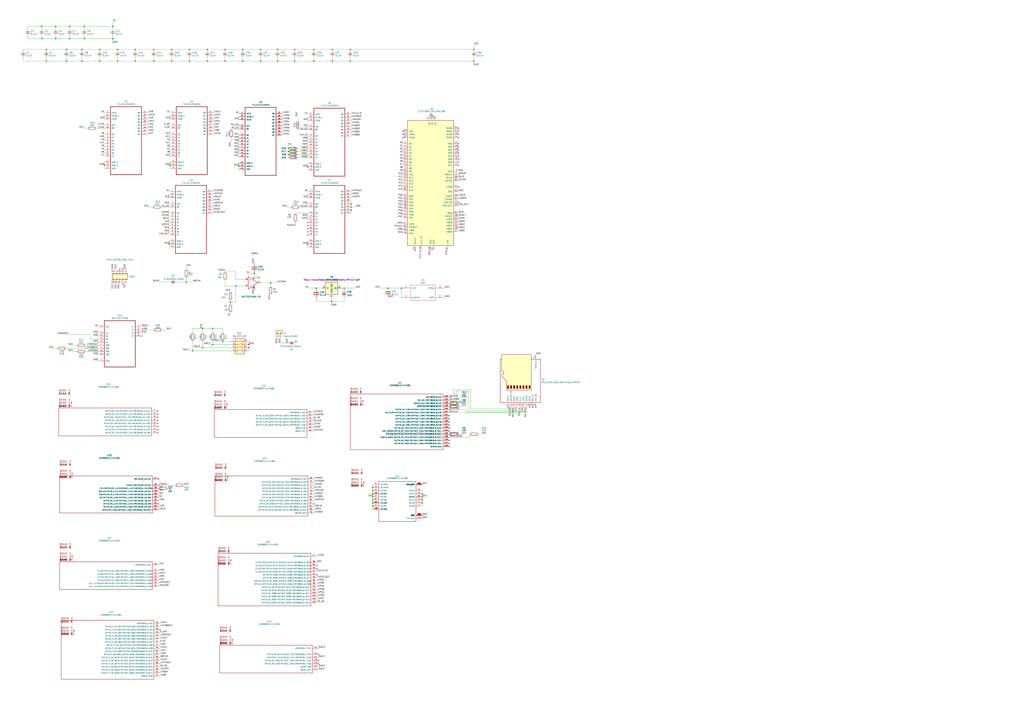
<source format=kicad_sch>
(kicad_sch (version 20211123) (generator eeschema)
  (paper "A1")
  (junction (at 57.15 21.59))
  (junction (at 346.71 405.765))
  (junction (at 204.47 283.21))
  (junction (at 236.855 127))
  (junction (at 54.61 50.165))
  (junction (at 318.77 236.855))
  (junction (at 199.39 50.165))
  (junction (at 57.15 31.75))
  (junction (at 69.215 21.59))
  (junction (at 272.415 247.65))
  (junction (at 273.05 50.165))
  (junction (at 329.565 236.855))
  (junction (at 346.71 410.845))
  (junction (at 288.29 167.64))
  (junction (at 193.675 234.95))
  (junction (at 153.035 231.775))
  (junction (at 213.995 40.64))
  (junction (at 96.52 50.165))
  (junction (at 155.575 40.64))
  (junction (at 140.97 50.165))
  (junction (at 81.915 40.64))
  (junction (at 81.915 50.165))
  (junction (at 111.125 40.64))
  (junction (at 227.965 40.64))
  (junction (at 288.29 170.18))
  (junction (at 213.995 50.165))
  (junction (at 140.97 40.64))
  (junction (at 126.365 40.64))
  (junction (at 241.935 50.165))
  (junction (at 139.065 200.66))
  (junction (at 174.625 269.875))
  (junction (at 92.71 31.75))
  (junction (at 184.785 40.64))
  (junction (at 184.785 50.165))
  (junction (at 189.23 248.285))
  (junction (at 204.47 285.75))
  (junction (at 259.715 236.855))
  (junction (at 273.05 40.64))
  (junction (at 174.625 283.21))
  (junction (at 306.07 400.685))
  (junction (at 287.655 50.165))
  (junction (at 306.07 403.225))
  (junction (at 38.1 50.165))
  (junction (at 282.575 236.855))
  (junction (at 45.72 31.75))
  (junction (at 208.915 224.79))
  (junction (at 236.855 121.92))
  (junction (at 227.965 50.165))
  (junction (at 346.71 408.305))
  (junction (at 96.52 40.64))
  (junction (at 111.125 50.165))
  (junction (at 85.725 135.89))
  (junction (at 196.215 136.525))
  (junction (at 199.39 40.64))
  (junction (at 346.71 413.385))
  (junction (at 288.29 172.72))
  (junction (at 170.18 50.165))
  (junction (at 67.31 40.64))
  (junction (at 166.37 269.875))
  (junction (at 252.73 137.16))
  (junction (at 257.81 50.165))
  (junction (at 306.07 410.845))
  (junction (at 241.935 40.64))
  (junction (at 155.575 50.165))
  (junction (at 182.88 280.67))
  (junction (at 45.72 21.59))
  (junction (at 252.73 200.66))
  (junction (at 38.1 40.64))
  (junction (at 354.965 95.25))
  (junction (at 54.61 40.64))
  (junction (at 92.71 21.59))
  (junction (at 166.37 285.75))
  (junction (at 34.29 31.75))
  (junction (at 287.655 40.64))
  (junction (at 222.25 232.41))
  (junction (at 126.365 50.165))
  (junction (at 69.215 31.75))
  (junction (at 389.255 40.64))
  (junction (at 67.31 50.165))
  (junction (at 306.07 415.925))
  (junction (at 236.855 124.46))
  (junction (at 306.07 413.385))
  (junction (at 306.07 408.305))
  (junction (at 389.255 50.165))
  (junction (at 306.07 405.765))
  (junction (at 158.115 288.29))
  (junction (at 170.18 40.64))
  (junction (at 34.29 21.59))
  (junction (at 257.81 40.64))
  (junction (at 139.7 135.89))
  (no_connect (at 376.555 130.81))
  (no_connect (at 261.62 542.925))
  (no_connect (at 130.175 393.7))
  (no_connect (at 376.555 133.35))
  (no_connect (at 252.73 187.96))
  (no_connect (at 376.555 123.19))
  (no_connect (at 368.935 344.17))
  (no_connect (at 252.73 182.88))
  (no_connect (at 376.555 113.03))
  (no_connect (at 129.54 340.36))
  (no_connect (at 376.555 166.37))
  (no_connect (at 368.935 351.79))
  (no_connect (at 368.935 364.49))
  (no_connect (at 129.54 355.6))
  (no_connect (at 252.73 185.42))
  (no_connect (at 130.175 414.02))
  (no_connect (at 129.54 345.44))
  (no_connect (at 368.935 354.33))
  (no_connect (at 260.35 467.36))
  (no_connect (at 376.555 135.89))
  (no_connect (at 330.835 107.95))
  (no_connect (at 252.73 190.5))
  (no_connect (at 129.54 347.98))
  (no_connect (at 129.54 337.82))
  (no_connect (at 261.62 537.845))
  (no_connect (at 376.555 125.73))
  (no_connect (at 260.35 464.82))
  (no_connect (at 368.935 349.25))
  (no_connect (at 376.555 153.67))
  (no_connect (at 376.555 128.27))
  (no_connect (at 330.835 113.03))
  (no_connect (at 129.54 353.06))
  (no_connect (at 340.995 205.74))
  (no_connect (at 368.935 346.71))
  (no_connect (at 376.555 120.65))
  (no_connect (at 368.935 367.03))
  (no_connect (at 376.555 107.95))
  (no_connect (at 368.935 361.95))
  (no_connect (at 368.935 341.63))
  (no_connect (at 129.54 342.9))
  (no_connect (at 260.35 472.44))
  (no_connect (at 131.445 517.525))
  (no_connect (at 440.055 334.645))
  (no_connect (at 376.555 110.49))
  (no_connect (at 434.975 334.645))
  (no_connect (at 116.205 276.225))
  (no_connect (at 376.555 118.11))
  (no_connect (at 252.73 193.04))
  (no_connect (at 330.835 110.49))
  (no_connect (at 100.965 220.98))
  (no_connect (at 129.54 350.52))
  (no_connect (at 261.62 545.465))
  (no_connect (at 257.81 414.02))
  (no_connect (at 376.555 105.41))
  (no_connect (at 100.965 233.68))
  (no_connect (at 98.425 220.98))
  (no_connect (at 417.195 334.645))
  (no_connect (at 437.515 334.645))
  (wire (pts (xy 227.965 46.99) (xy 227.965 50.165)))
  (wire (pts (xy 54.61 286.385) (xy 80.645 286.385)))
  (wire (pts (xy 257.81 41.91) (xy 257.81 40.64)))
  (wire (pts (xy 22.86 21.59) (xy 34.29 21.59)))
  (wire (pts (xy 252.73 137.16) (xy 252.73 139.7)))
  (wire (pts (xy 111.125 40.64) (xy 96.52 40.64)))
  (wire (pts (xy 184.785 222.885) (xy 193.675 222.885)))
  (wire (pts (xy 287.655 41.91) (xy 287.655 40.64)))
  (wire (pts (xy 227.965 40.64) (xy 241.935 40.64)))
  (wire (pts (xy 189.865 106.045) (xy 196.215 106.045)))
  (wire (pts (xy 199.39 46.99) (xy 199.39 50.165)))
  (wire (pts (xy 34.29 31.75) (xy 45.72 31.75)))
  (wire (pts (xy 227.965 50.165) (xy 241.935 50.165)))
  (wire (pts (xy 174.625 269.875) (xy 182.88 269.875)))
  (wire (pts (xy 287.655 50.165) (xy 273.05 50.165)))
  (wire (pts (xy 69.215 24.13) (xy 69.215 21.59)))
  (wire (pts (xy 257.81 50.165) (xy 273.05 50.165)))
  (wire (pts (xy 38.1 50.165) (xy 54.61 50.165)))
  (wire (pts (xy 193.675 229.87) (xy 193.675 222.885)))
  (wire (pts (xy 57.15 29.21) (xy 57.15 31.75)))
  (wire (pts (xy 170.18 50.165) (xy 184.785 50.165)))
  (wire (pts (xy 54.61 46.99) (xy 54.61 50.165)))
  (wire (pts (xy 287.655 50.165) (xy 389.255 50.165)))
  (wire (pts (xy 38.1 41.91) (xy 38.1 40.64)))
  (wire (pts (xy 236.855 124.46) (xy 236.855 127)))
  (wire (pts (xy 38.1 46.99) (xy 38.1 50.165)))
  (wire (pts (xy 199.39 40.64) (xy 213.995 40.64)))
  (wire (pts (xy 45.72 29.21) (xy 45.72 31.75)))
  (wire (pts (xy 282.575 236.855) (xy 282.575 238.76)))
  (wire (pts (xy 34.29 29.21) (xy 34.29 31.75)))
  (wire (pts (xy 201.295 234.95) (xy 193.675 234.95)))
  (wire (pts (xy 158.115 269.875) (xy 166.37 269.875)))
  (wire (pts (xy 67.31 40.64) (xy 81.915 40.64)))
  (wire (pts (xy 306.07 415.925) (xy 306.07 418.465)))
  (wire (pts (xy 22.86 31.75) (xy 22.86 29.21)))
  (wire (pts (xy 184.785 46.99) (xy 184.785 50.165)))
  (wire (pts (xy 376.555 334.01) (xy 379.095 334.01)))
  (wire (pts (xy 241.935 46.99) (xy 241.935 50.165)))
  (wire (pts (xy 81.915 46.99) (xy 81.915 50.165)))
  (wire (pts (xy 69.215 31.75) (xy 92.71 31.75)))
  (wire (pts (xy 170.18 41.91) (xy 170.18 40.64)))
  (wire (pts (xy 241.935 50.165) (xy 257.81 50.165)))
  (wire (pts (xy 368.935 339.09) (xy 427.355 339.09)))
  (wire (pts (xy 19.05 41.91) (xy 19.05 40.64)))
  (wire (pts (xy 62.865 288.925) (xy 59.69 288.925)))
  (wire (pts (xy 374.65 321.31) (xy 374.65 328.93)))
  (wire (pts (xy 389.255 46.99) (xy 389.255 50.165)))
  (wire (pts (xy 19.05 40.64) (xy 38.1 40.64)))
  (wire (pts (xy 257.81 40.64) (xy 273.05 40.64)))
  (wire (pts (xy 273.05 41.91) (xy 273.05 40.64)))
  (wire (pts (xy 144.78 231.775) (xy 153.035 231.775)))
  (wire (pts (xy 193.675 234.95) (xy 193.675 248.285)))
  (wire (pts (xy 257.81 46.99) (xy 257.81 50.165)))
  (wire (pts (xy 352.425 95.25) (xy 354.965 95.25)))
  (wire (pts (xy 273.05 46.99) (xy 273.05 50.165)))
  (wire (pts (xy 389.255 53.975) (xy 389.255 50.165)))
  (wire (pts (xy 170.18 40.64) (xy 184.785 40.64)))
  (wire (pts (xy 353.695 205.74) (xy 356.235 205.74)))
  (wire (pts (xy 22.86 31.75) (xy 34.29 31.75)))
  (wire (pts (xy 140.97 46.99) (xy 140.97 50.165)))
  (wire (pts (xy 204.47 280.67) (xy 204.47 283.21)))
  (wire (pts (xy 213.995 50.165) (xy 227.965 50.165)))
  (wire (pts (xy 189.23 248.285) (xy 189.23 249.555)))
  (wire (pts (xy 382.905 336.55) (xy 382.905 338.455)))
  (wire (pts (xy 158.115 273.05) (xy 158.115 269.875)))
  (wire (pts (xy 85.725 133.35) (xy 85.725 135.89)))
  (wire (pts (xy 419.735 334.645) (xy 419.735 335.915)))
  (wire (pts (xy 34.29 21.59) (xy 45.72 21.59)))
  (wire (pts (xy 272.415 247.65) (xy 282.575 247.65)))
  (wire (pts (xy 57.15 21.59) (xy 69.215 21.59)))
  (wire (pts (xy 244.475 121.92) (xy 252.73 121.92)))
  (wire (pts (xy 158.115 288.29) (xy 155.575 288.29)))
  (wire (pts (xy 111.125 46.99) (xy 111.125 50.165)))
  (wire (pts (xy 244.475 124.46) (xy 252.73 124.46)))
  (wire (pts (xy 155.575 50.165) (xy 170.18 50.165)))
  (wire (pts (xy 213.995 46.99) (xy 213.995 50.165)))
  (wire (pts (xy 273.05 40.64) (xy 287.655 40.64)))
  (wire (pts (xy 155.575 40.64) (xy 140.97 40.64)))
  (wire (pts (xy 166.37 285.75) (xy 189.23 285.75)))
  (wire (pts (xy 155.575 46.99) (xy 155.575 50.165)))
  (wire (pts (xy 196.215 136.525) (xy 196.215 139.065)))
  (wire (pts (xy 182.88 273.05) (xy 182.88 269.875)))
  (wire (pts (xy 244.475 99.06) (xy 244.475 95.885)))
  (wire (pts (xy 46.99 286.385) (xy 43.815 286.385)))
  (wire (pts (xy 236.855 121.92) (xy 236.855 124.46)))
  (wire (pts (xy 287.655 46.99) (xy 287.655 50.165)))
  (wire (pts (xy 252.73 200.66) (xy 252.73 203.2)))
  (wire (pts (xy 139.065 200.66) (xy 139.065 203.2)))
  (wire (pts (xy 38.1 40.64) (xy 54.61 40.64)))
  (wire (pts (xy 184.785 40.64) (xy 199.39 40.64)))
  (wire (pts (xy 140.97 50.165) (xy 155.575 50.165)))
  (wire (pts (xy 385.445 359.41) (xy 385.445 356.87)))
  (wire (pts (xy 205.105 224.79) (xy 208.915 224.79)))
  (wire (pts (xy 132.715 170.18) (xy 139.065 170.18)))
  (wire (pts (xy 69.215 29.21) (xy 69.215 31.75)))
  (wire (pts (xy 57.15 31.75) (xy 69.215 31.75)))
  (wire (pts (xy 238.76 170.18) (xy 235.585 170.18)))
  (wire (pts (xy 184.785 41.91) (xy 184.785 40.64)))
  (wire (pts (xy 252.73 96.52) (xy 252.73 99.06)))
  (wire (pts (xy 230.505 281.94) (xy 236.855 281.94)))
  (wire (pts (xy 252.73 198.12) (xy 252.73 200.66)))
  (wire (pts (xy 288.29 170.18) (xy 292.1 170.18)))
  (wire (pts (xy 74.295 278.765) (xy 80.645 278.765)))
  (wire (pts (xy 208.915 224.155) (xy 208.915 224.79)))
  (wire (pts (xy 382.905 338.455) (xy 432.435 338.455)))
  (wire (pts (xy 193.675 234.95) (xy 184.785 234.95)))
  (wire (pts (xy 288.29 167.64) (xy 288.29 170.18)))
  (wire (pts (xy 153.035 228.6) (xy 153.035 231.775)))
  (wire (pts (xy 22.86 24.13) (xy 22.86 21.59)))
  (wire (pts (xy 130.175 398.78) (xy 143.51 398.78)))
  (wire (pts (xy 174.625 283.21) (xy 172.72 283.21)))
  (wire (pts (xy 62.865 283.845) (xy 59.69 283.845)))
  (wire (pts (xy 45.72 31.75) (xy 57.15 31.75)))
  (wire (pts (xy 236.855 127) (xy 236.855 129.54)))
  (wire (pts (xy 213.995 41.91) (xy 213.995 40.64)))
  (wire (pts (xy 189.23 247.015) (xy 189.23 248.285)))
  (wire (pts (xy 155.575 41.91) (xy 155.575 40.64)))
  (wire (pts (xy 272.415 247.65) (xy 272.415 251.46)))
  (wire (pts (xy 196.215 95.885) (xy 196.215 98.425)))
  (wire (pts (xy 282.575 247.65) (xy 282.575 243.84)))
  (wire (pts (xy 374.65 328.93) (xy 368.935 328.93)))
  (wire (pts (xy 153.035 220.98) (xy 153.035 219.075)))
  (wire (pts (xy 182.88 280.67) (xy 180.975 280.67)))
  (wire (pts (xy 67.31 50.165) (xy 81.915 50.165)))
  (wire (pts (xy 125.73 271.145) (xy 116.205 271.145)))
  (wire (pts (xy 140.97 41.91) (xy 140.97 40.64)))
  (wire (pts (xy 346.71 403.225) (xy 346.71 405.765)))
  (wire (pts (xy 244.475 106.68) (xy 252.73 106.68)))
  (wire (pts (xy 376.555 356.87) (xy 379.095 356.87)))
  (wire (pts (xy 158.115 280.67) (xy 158.115 288.29)))
  (wire (pts (xy 96.52 41.91) (xy 96.52 40.64)))
  (wire (pts (xy 372.11 320.04) (xy 372.11 326.39)))
  (wire (pts (xy 208.915 224.79) (xy 208.915 227.33)))
  (wire (pts (xy 393.065 356.87) (xy 395.605 356.87)))
  (wire (pts (xy 389.255 40.64) (xy 389.255 41.91)))
  (wire (pts (xy 54.61 40.64) (xy 67.31 40.64)))
  (wire (pts (xy 85.725 95.25) (xy 85.725 97.79)))
  (wire (pts (xy 67.31 46.99) (xy 67.31 50.165)))
  (wire (pts (xy 92.71 21.59) (xy 92.71 24.13)))
  (wire (pts (xy 288.29 172.72) (xy 288.29 175.26)))
  (wire (pts (xy 252.73 134.62) (xy 252.73 137.16)))
  (wire (pts (xy 131.445 231.775) (xy 139.7 231.775)))
  (wire (pts (xy 346.71 408.305) (xy 346.71 410.845)))
  (wire (pts (xy 306.07 413.385) (xy 306.07 415.925)))
  (wire (pts (xy 166.37 273.05) (xy 166.37 269.875)))
  (wire (pts (xy 282.575 236.855) (xy 292.1 236.855)))
  (wire (pts (xy 19.05 46.99) (xy 19.05 50.165)))
  (wire (pts (xy 372.11 326.39) (xy 368.935 326.39)))
  (wire (pts (xy 199.39 41.91) (xy 199.39 40.64)))
  (wire (pts (xy 432.435 338.455) (xy 432.435 334.645)))
  (wire (pts (xy 81.915 41.91) (xy 81.915 40.64)))
  (wire (pts (xy 227.33 232.41) (xy 222.25 232.41)))
  (wire (pts (xy 241.935 40.64) (xy 257.81 40.64)))
  (wire (pts (xy 389.255 36.83) (xy 389.255 40.64)))
  (wire (pts (xy 419.735 335.915) (xy 386.715 335.915)))
  (wire (pts (xy 280.035 236.855) (xy 282.575 236.855)))
  (wire (pts (xy 252.73 160.02) (xy 252.73 162.56)))
  (wire (pts (xy 386.715 320.04) (xy 372.11 320.04)))
  (wire (pts (xy 422.275 337.185) (xy 422.275 334.645)))
  (wire (pts (xy 318.77 236.855) (xy 329.565 236.855)))
  (wire (pts (xy 306.07 405.765) (xy 306.07 408.305)))
  (wire (pts (xy 85.725 135.89) (xy 85.725 138.43)))
  (wire (pts (xy 213.995 40.64) (xy 227.965 40.64)))
  (wire (pts (xy 306.07 403.225) (xy 306.07 405.765)))
  (wire (pts (xy 166.37 285.75) (xy 164.465 285.75)))
  (wire (pts (xy 166.37 280.67) (xy 166.37 285.75)))
  (wire (pts (xy 242.57 175.26) (xy 252.73 175.26)))
  (wire (pts (xy 96.52 40.64) (xy 81.915 40.64)))
  (wire (pts (xy 45.72 24.13) (xy 45.72 21.59)))
  (wire (pts (xy 92.71 31.75) (xy 92.71 35.56)))
  (wire (pts (xy 70.485 288.925) (xy 80.645 288.925)))
  (wire (pts (xy 306.07 410.845) (xy 306.07 413.385)))
  (wire (pts (xy 306.07 398.145) (xy 306.07 400.685)))
  (wire (pts (xy 204.47 283.21) (xy 204.47 285.75)))
  (wire (pts (xy 19.05 50.165) (xy 38.1 50.165)))
  (wire (pts (xy 384.81 337.185) (xy 422.275 337.185)))
  (wire (pts (xy 81.915 50.165) (xy 96.52 50.165)))
  (wire (pts (xy 201.295 229.87) (xy 193.675 229.87)))
  (wire (pts (xy 174.625 273.05) (xy 174.625 269.875)))
  (wire (pts (xy 184.785 234.95) (xy 184.785 230.505)))
  (wire (pts (xy 346.71 413.385) (xy 346.71 415.925)))
  (wire (pts (xy 170.18 40.64) (xy 155.575 40.64)))
  (wire (pts (xy 126.365 40.64) (xy 111.125 40.64)))
  (wire (pts (xy 79.375 105.41) (xy 85.725 105.41)))
  (wire (pts (xy 386.715 320.04) (xy 386.715 335.915)))
  (wire (pts (xy 230.505 278.13) (xy 230.505 281.94)))
  (wire (pts (xy 96.52 46.99) (xy 96.52 50.165)))
  (wire (pts (xy 174.625 283.21) (xy 189.23 283.21)))
  (wire (pts (xy 125.095 170.18) (xy 121.92 170.18)))
  (wire (pts (xy 222.25 232.41) (xy 213.995 232.41)))
  (wire (pts (xy 196.215 133.985) (xy 196.215 136.525)))
  (wire (pts (xy 139.7 135.89) (xy 139.7 138.43)))
  (wire (pts (xy 184.785 50.165) (xy 199.39 50.165)))
  (wire (pts (xy 54.61 50.165) (xy 67.31 50.165)))
  (wire (pts (xy 96.52 50.165) (xy 111.125 50.165)))
  (wire (pts (xy 259.715 245.11) (xy 259.715 247.65)))
  (wire (pts (xy 111.125 50.165) (xy 126.365 50.165)))
  (wire (pts (xy 54.61 41.91) (xy 54.61 40.64)))
  (wire (pts (xy 241.935 41.91) (xy 241.935 40.64)))
  (wire (pts (xy 126.365 41.91) (xy 126.365 40.64)))
  (wire (pts (xy 368.935 359.41) (xy 385.445 359.41)))
  (wire (pts (xy 92.71 31.75) (xy 92.71 29.21)))
  (wire (pts (xy 111.125 41.91) (xy 111.125 40.64)))
  (wire (pts (xy 368.935 336.55) (xy 382.905 336.55)))
  (wire (pts (xy 244.475 127) (xy 252.73 127)))
  (wire (pts (xy 259.715 247.65) (xy 272.415 247.65)))
  (wire (pts (xy 242.57 182.88) (xy 242.57 186.055)))
  (wire (pts (xy 126.365 50.165) (xy 140.97 50.165)))
  (wire (pts (xy 346.71 410.845) (xy 346.71 413.385)))
  (wire (pts (xy 236.855 121.92) (xy 236.855 119.38)))
  (wire (pts (xy 272.415 244.475) (xy 272.415 247.65)))
  (wire (pts (xy 57.15 24.13) (xy 57.15 21.59)))
  (wire (pts (xy 189.23 280.67) (xy 182.88 280.67)))
  (wire (pts (xy 227.965 41.91) (xy 227.965 40.64)))
  (wire (pts (xy 92.71 21.59) (xy 92.71 17.78)))
  (wire (pts (xy 259.715 236.855) (xy 253.365 236.855)))
  (wire (pts (xy 384.81 321.31) (xy 374.65 321.31)))
  (wire (pts (xy 74.295 278.765) (xy 74.295 274.955)))
  (wire (pts (xy 287.655 40.64) (xy 389.255 40.64)))
  (wire (pts (xy 140.97 40.64) (xy 126.365 40.64)))
  (wire (pts (xy 34.29 24.13) (xy 34.29 21.59)))
  (wire (pts (xy 67.31 41.91) (xy 67.31 40.64)))
  (wire (pts (xy 204.47 285.75) (xy 204.47 288.29)))
  (wire (pts (xy 189.865 113.665) (xy 189.865 116.84)))
  (wire (pts (xy 170.18 46.99) (xy 170.18 50.165)))
  (wire (pts (xy 139.065 198.12) (xy 139.065 200.66)))
  (wire (pts (xy 139.065 160.02) (xy 139.065 162.56)))
  (wire (pts (xy 306.07 403.225) (xy 306.07 400.685)))
  (wire (pts (xy 346.71 405.765) (xy 346.71 408.305)))
  (wire (pts (xy 259.715 236.855) (xy 259.715 237.49)))
  (wire (pts (xy 166.37 269.875) (xy 174.625 269.875)))
  (wire (pts (xy 306.07 408.305) (xy 306.07 410.845)))
  (wire (pts (xy 174.625 280.67) (xy 174.625 283.21)))
  (wire (pts (xy 71.755 105.41) (xy 68.58 105.41)))
  (wire (pts (xy 69.215 21.59) (xy 92.71 21.59)))
  (wire (pts (xy 70.485 283.845) (xy 80.645 283.845)))
  (wire (pts (xy 384.81 321.31) (xy 384.81 337.185)))
  (wire (pts (xy 246.38 170.18) (xy 252.73 170.18)))
  (wire (pts (xy 139.7 133.35) (xy 139.7 135.89)))
  (wire (pts (xy 427.355 339.09) (xy 427.355 334.645)))
  (wire (pts (xy 288.29 170.18) (xy 288.29 172.72)))
  (wire (pts (xy 318.77 236.855) (xy 311.785 236.855)))
  (wire (pts (xy 153.035 231.775) (xy 158.115 231.775)))
  (wire (pts (xy 193.675 248.285) (xy 189.23 248.285)))
  (wire (pts (xy 264.795 236.855) (xy 259.715 236.855)))
  (wire (pts (xy 376.555 327.025) (xy 379.095 327.025)))
  (wire (pts (xy 45.72 21.59) (xy 57.15 21.59)))
  (wire (pts (xy 354.965 95.25) (xy 357.505 95.25)))
  (wire (pts (xy 376.555 331.47) (xy 376.555 327.025)))
  (wire (pts (xy 74.295 274.955) (xy 56.515 274.955)))
  (wire (pts (xy 158.115 288.29) (xy 189.23 288.29)))
  (wire (pts (xy 199.39 50.165) (xy 213.995 50.165)))
  (wire (pts (xy 126.365 46.99) (xy 126.365 50.165)))
  (wire (pts (xy 288.29 167.64) (xy 288.29 165.1)))
  (wire (pts (xy 139.7 95.25) (xy 139.7 97.79)))
  (wire (pts (xy 329.565 244.475) (xy 329.565 236.855)))
  (wire (pts (xy 244.475 129.54) (xy 252.73 129.54)))
  (wire (pts (xy 222.25 232.41) (xy 222.25 234.95)))
  (wire (pts (xy 133.35 271.145) (xy 136.525 271.145)))
  (label "LVROM" (at 288.29 160.02 0))
  (label "GND" (at 139.7 135.89 180))
  (label "3V3" (at 43.815 286.385 180))
  (label "SD_CLK" (at 427.355 334.645 270))
  (label "LVCSYNC" (at 174.625 160.02 0))
  (label "LVA11" (at 121.285 100.33 0))
  (label "CSYNC" (at 376.555 148.59 0))
  (label "nIRQ" (at 252.73 114.3 180))
  (label "TCK" (at 93.345 233.68 270))
  (label "LVA2" (at 175.26 97.79 0))
  (label "3V3" (at 68.58 105.41 180))
  (label "ROM" (at 376.555 175.26 0))
  (label "GND" (at 93.345 220.98 90))
  (label "LVPHIOUT" (at 131.445 545.465 0))
  (label "LVA3" (at 121.285 97.79 0))
  (label "A8" (at 330.835 138.43 180))
  (label "SD_MOSI" (at 422.275 334.645 270))
  (label "KBD0" (at 376.555 190.5 0))
  (label "LVPD4" (at 231.775 100.965 0))
  (label "CAS_OUT" (at 376.555 168.91 0))
  (label "A3" (at 330.835 125.73 180))
  (label "G4_OE" (at 257.81 401.32 0))
  (label "LVA14" (at 175.26 100.33 0))
  (label "GND" (at 208.915 237.49 270))
  (label "A_DIR" (at 85.725 102.87 180))
  (label "LVnIRQOUT" (at 80.645 286.385 180))
  (label "A9" (at 85.725 110.49 180))
  (label "CONF_DONE" (at 368.935 359.41 0))
  (label "PD_DIR" (at 257.175 346.71 0))
  (label "LVA13" (at 131.445 525.145 0))
  (label "CLK_IN" (at 252.73 111.76 180))
  (label "LVA13" (at 175.26 92.71 0))
  (label "A2" (at 330.835 123.19 180))
  (label "CAPS" (at 252.73 180.34 180))
  (label "ROM" (at 252.73 177.8 180))
  (label "PD0" (at 330.835 161.29 180))
  (label "GND" (at 389.255 53.975 0))
  (label "A12" (at 330.835 148.59 180))
  (label "GND" (at 139.065 200.66 180))
  (label "3V3" (at 85.725 97.79 180))
  (label "5V" (at 196.215 93.345 180))
  (label "LVA9" (at 130.175 411.48 0))
  (label "GND" (at 252.73 167.64 180))
  (label "PD6" (at 330.835 176.53 180))
  (label "BLUE" (at 139.065 180.34 180))
  (label "GND" (at 227.965 278.13 270))
  (label "TDI" (at 103.505 233.68 270))
  (label "A15" (at 139.7 128.27 180))
  (label "SWC3" (at 261.62 532.765 0))
  (label "3V3" (at 121.92 170.18 180))
  (label "GND" (at 365.125 244.475 0))
  (label "5V" (at 236.855 119.38 0))
  (label "3V3" (at 153.035 219.075 0))
  (label "CSYNC" (at 139.065 177.8 180))
  (label "5V" (at 252.73 157.48 180))
  (label "JTAGEN" (at 130.175 398.78 0))
  (label "KBD2" (at 252.73 124.46 180))
  (label "SWC1" (at 261.62 550.545 0))
  (label "A4" (at 330.835 128.27 180))
  (label "SWC2" (at 261.62 548.005 0))
  (label "LVCSYNC" (at 257.175 354.33 0))
  (label "PD0" (at 196.215 123.825 180))
  (label "TDI" (at 130.175 408.94 0))
  (label "LVA4" (at 121.285 105.41 0))
  (label "nCONFIG" (at 368.935 334.01 0))
  (label "3V3" (at 59.69 283.845 180))
  (label "LVSND" (at 257.175 351.79 0))
  (label "SWC4" (at 155.575 288.29 180))
  (label "G1_OE" (at 257.175 344.17 0))
  (label "5V" (at 354.965 95.25 90))
  (label "LVKBD1" (at 257.81 393.7 0))
  (label "3V3" (at 139.7 97.79 180))
  (label "GND" (at 272.415 251.46 0))
  (label "A_OE" (at 85.725 105.41 180))
  (label "5V" (at 92.71 17.78 0))
  (label "LVRnWOE" (at 130.175 481.965 0))
  (label "GND" (at 204.47 283.21 0))
  (label "SWC1" (at 180.975 280.67 180))
  (label "3V3" (at 346.71 408.305 0))
  (label "LVRnWIN" (at 288.29 99.06 0))
  (label "LVnHS" (at 257.175 349.25 0))
  (label "KBD1" (at 252.73 127 180))
  (label "5V" (at 253.365 236.855 180))
  (label "GREEN" (at 139.065 185.42 180))
  (label "LVA7" (at 130.175 464.185 0))
  (label "LVRSTOUT" (at 80.645 283.845 180))
  (label "CASMO" (at 376.555 163.83 0))
  (label "GND" (at 80.645 296.545 180))
  (label "LVPD5" (at 231.775 95.885 0))
  (label "SD_MISO" (at 368.935 336.55 0))
  (label "3V3" (at 189.865 116.84 270))
  (label "LVRnWOUT" (at 130.175 479.425 0))
  (label "RED" (at 139.065 187.96 180))
  (label "LVA1" (at 175.26 105.41 0))
  (label "LVA1" (at 131.445 535.305 0))
  (label "A1" (at 139.7 123.19 180))
  (label "LVA11" (at 130.175 471.805 0))
  (label "nSTATUS" (at 368.935 356.87 0))
  (label "A10" (at 330.835 143.51 180))
  (label "PD1" (at 330.835 163.83 180))
  (label "5VP" (at 230.505 278.13 270))
  (label "PD2" (at 196.215 126.365 180))
  (label "A5" (at 85.725 120.65 180))
  (label "LVCLK_IN" (at 288.29 93.98 0))
  (label "5V" (at 85.725 92.71 180))
  (label "3V3" (at 346.71 398.145 0))
  (label "GND" (at 208.915 216.535 90))
  (label "PD_OE" (at 196.215 106.045 180))
  (label "SD_CLK" (at 368.935 339.09 0))
  (label "LVA8" (at 131.445 555.625 0))
  (label "3V3" (at 389.255 36.83 0))
  (label "LVSND" (at 174.625 172.72 0))
  (label "3V3" (at 235.585 170.18 180))
  (label "PHIOUT" (at 242.57 186.055 180))
  (label "5V" (at 139.065 157.48 180))
  (label "nRSTIN" (at 131.445 540.385 0))
  (label "LVPHIOUT" (at 288.29 157.48 0))
  (label "LVA6" (at 130.175 474.345 0))
  (label "LVCAS_OUT" (at 174.625 175.26 0))
  (label "SD_nCS" (at 368.935 326.39 0))
  (label "3V3" (at 379.095 334.01 0))
  (label "GND" (at 379.095 327.025 0))
  (label "CASIN" (at 184.785 222.885 180))
  (label "3V3" (at 95.885 220.98 90))
  (label "5V" (at 252.73 93.98 180))
  (label "3V3" (at 379.095 356.87 0))
  (label "A9" (at 330.835 140.97 180))
  (label "CAPS" (at 376.555 180.34 0))
  (label "A7" (at 85.725 128.27 180))
  (label "5V" (at 241.935 281.94 0))
  (label "LVnIRQIN" (at 257.81 396.24 0))
  (label "G1_OE" (at 139.065 170.18 180))
  (label "A13" (at 330.835 151.13 180))
  (label "3V3" (at 59.69 288.925 180))
  (label "5V" (at 139.7 92.71 180))
  (label "PD1" (at 196.215 128.905 180))
  (label "GND" (at 80.645 276.225 180))
  (label "RESET" (at 116.205 268.605 0))
  (label "OSC" (at 260.35 462.28 0))
  (label "LVKBD3" (at 257.81 421.64 0))
  (label "LVCASMO" (at 174.625 157.48 0))
  (label "LVnNMI" (at 257.81 398.78 0))
  (label "3V3" (at 395.605 356.87 0))
  (label "PD4" (at 330.835 171.45 180))
  (label "5V" (at 80.645 268.605 180))
  (label "3V3" (at 311.785 236.855 180))
  (label "LVCASMO" (at 257.175 341.63 0))
  (label "3V3" (at 136.525 271.145 0))
  (label "A15" (at 330.835 156.21 180))
  (label "G3_OE" (at 252.73 170.18 180))
  (label "LVGREEN" (at 174.625 167.64 0))
  (label "RESET" (at 131.445 231.775 180))
  (label "3V3" (at 196.215 98.425 180))
  (label "A0" (at 330.835 118.11 180))
  (label "5V" (at 205.105 224.79 180))
  (label "LVBLUE" (at 174.625 162.56 0))
  (label "GND" (at 80.645 291.465 180))
  (label "GND" (at 252.73 200.66 180))
  (label "LVGREEN" (at 257.81 411.48 0))
  (label "SND" (at 139.065 190.5 180))
  (label "KBD3" (at 376.555 182.88 0))
  (label "LVPD4" (at 260.35 487.68 0))
  (label "G3_OE" (at 131.445 548.005 0))
  (label "TDO" (at 95.885 233.68 270))
  (label "5VP" (at 236.855 281.94 90))
  (label "PD3" (at 196.215 121.285 180))
  (label "LVRnWOE" (at 80.645 288.925 180))
  (label "LVA9" (at 121.285 92.71 0))
  (label "LVKBD3" (at 288.29 104.14 0))
  (label "RnW" (at 330.835 191.77 180))
  (label "PHIOUT" (at 330.835 186.69 180))
  (label "GND" (at 292.1 170.18 0))
  (label "SWC4" (at 261.62 540.385 0))
  (label "LVPD2" (at 260.35 457.2 0))
  (label "LVPD7" (at 260.35 492.76 0))
  (label "A5" (at 330.835 130.81 180))
  (label "LVnNMI" (at 288.29 101.6 0))
  (label "PD6" (at 196.215 116.205 180))
  (label "GND" (at 85.725 135.89 180))
  (label "A10" (at 85.725 113.03 180))
  (label "GND" (at 80.645 281.305 180))
  (label "3V3" (at 222.25 242.57 270))
  (label "PD5" (at 196.215 113.665 180))
  (label "LVCASIN" (at 227.33 232.41 0))
  (label "GND" (at 318.77 244.475 0))
  (label "3V3" (at 166.37 269.875 90))
  (label "TMS" (at 130.175 403.86 0))
  (label "CASMO" (at 139.065 175.26 180))
  (label "A13" (at 139.7 110.49 180))
  (label "GND" (at 196.215 136.525 180))
  (label "PD_DIR" (at 196.215 103.505 180))
  (label "3V3" (at 139.065 162.56 180))
  (label "A11" (at 85.725 118.11 180))
  (label "SD_MOSI" (at 368.935 328.93 0))
  (label "LVA4" (at 130.175 476.885 0))
  (label "GND" (at 346.71 423.545 0))
  (label "LVA15" (at 131.445 542.925 0))
  (label "PD5" (at 330.835 173.99 180))
  (label "TCK" (at 130.175 401.32 0))
  (label "LVRED" (at 257.81 419.1 0))
  (label "3V3" (at 151.13 398.78 0))
  (label "LVnIRQOUT" (at 131.445 514.985 0))
  (label "LVCAPS" (at 288.29 162.56 0))
  (label "nHS" (at 367.665 205.74 270))
  (label "LVPD6" (at 231.775 98.425 0))
  (label "GND" (at 103.505 220.98 90))
  (label "GND" (at 137.795 401.32 0))
  (label "TMS" (at 98.425 233.68 270))
  (label "A0" (at 139.7 120.65 180))
  (label "LVPD0" (at 260.35 480.06 0))
  (label "nRSTIN" (at 158.115 231.775 0))
  (label "G4_OE" (at 252.73 106.68 180))
  (label "LVRnWOUT" (at 56.515 274.955 180))
  (label "LVA12" (at 175.26 95.25 0))
  (label "CONFIG_SEL" (at 368.935 331.47 0))
  (label "GND" (at 440.055 291.465 0))
  (label "A14" (at 330.835 153.67 180))
  (label "PD7" (at 196.215 111.125 180))
  (label "PD2" (at 330.835 166.37 180))
  (label "LVnIRQIN" (at 288.29 96.52 0))
  (label "LVRnWIN" (at 257.81 403.86 0))
  (label "3V3" (at 252.73 104.14 180))
  (label "SD_MISO" (at 432.435 334.645 270))
  (label "A_OE" (at 131.445 527.685 0))
  (label "LVCAS_OUT" (at 260.35 474.98 0))
  (label "BLUE" (at 376.555 146.05 0))
  (label "RnW" (at 116.205 273.685 0))
  (label "LVPD6" (at 260.35 485.14 0))
  (label "CASIN" (at 376.555 161.29 0))
  (label "LVBLUE" (at 257.81 416.56 0))
  (label "3V3" (at 252.73 162.56 180))
  (label "GND" (at 353.695 205.74 270))
  (label "GND" (at 346.71 426.085 0))
  (label "nNMI" (at 252.73 119.38 180))
  (label "LVA5" (at 130.175 469.265 0))
  (label "PD_OE" (at 260.35 495.3 0))
  (label "SND" (at 376.555 157.48 0))
  (label "LVPD3" (at 231.775 103.505 0))
  (label "A_DIR" (at 139.7 102.87 180))
  (label "LVA3" (at 130.175 416.56 0))
  (label "A_DIR" (at 131.445 520.065 0))
  (label "A14" (at 139.7 118.11 180))
  (label "LVA6" (at 121.285 107.95 0))
  (label "GND" (at 139.065 167.64 180))
  (label "A8" (at 139.7 125.73 180))
  (label "nIRQ" (at 116.205 271.145 0))
  (label "RED" (at 376.555 140.97 0))
  (label "LVA7" (at 121.285 110.49 0))
  (label "LVROM" (at 131.445 553.085 0))
  (label "3V3" (at 292.1 236.855 0))
  (label "PD3" (at 330.835 168.91 180))
  (label "LVKBD0" (at 288.29 111.76 0))
  (label "LVPD7" (at 231.775 93.345 0))
  (label "A12" (at 139.7 113.03 180))
  (label "RnW" (at 252.73 116.84 180))
  (label "A6" (at 85.725 125.73 180))
  (label "GND" (at 80.645 273.685 180))
  (label "nNMI" (at 330.835 184.15 180))
  (label "KBD1" (at 376.555 187.96 0))
  (label "GND" (at 92.71 35.56 0))
  (label "LVPD1" (at 231.775 111.125 0))
  (label "LVA0" (at 175.26 102.87 0))
  (label "LVKBD1" (at 288.29 109.22 0))
  (label "LVRSTOUT" (at 131.445 522.605 0))
  (label "3V3" (at 424.815 334.645 270))
  (label "SWC2" (at 172.72 283.21 180))
  (label "3V3" (at 252.73 99.06 180))
  (label "LVA5" (at 121.285 102.87 0))
  (label "5V" (at 189.23 257.175 270))
  (label "LVPD5" (at 260.35 490.22 0))
  (label "LVCLK_IN" (at 260.35 469.9 0))
  (label "SD_nCS" (at 419.735 334.645 270))
  (label "LVKBD2" (at 257.81 406.4 0))
  (label "LVPD3" (at 260.35 482.6 0))
  (label "PD4" (at 196.215 118.745 180))
  (label "LVA10" (at 130.175 419.1 0))
  (label "RESET" (at 376.555 177.8 0))
  (label "LVA8" (at 175.26 107.95 0))
  (label "nIRQ" (at 330.835 189.23 180))
  (label "LVA10" (at 121.285 95.25 0))
  (label "LVA15" (at 175.26 110.49 0))
  (label "OSC" (at 365.125 236.855 0))
  (label "A11" (at 330.835 146.05 180))
  (label "GND" (at 252.73 137.16 180))
  (label "3V3" (at 306.07 408.305 180))
  (label "A1" (at 330.835 120.65 180))
  (label "KBD2" (at 376.555 185.42 0))
  (label "LVA0" (at 131.445 537.845 0))
  (label "A4" (at 85.725 123.19 180))
  (label "LVCAPS" (at 131.445 550.545 0))
  (label "LVPD0" (at 231.775 106.045 0))
  (label "KBD0" (at 252.73 129.54 180))
  (label "SWC3" (at 164.465 285.75 180))
  (label "LVRED" (at 174.625 170.18 0))
  (label "3V3" (at 244.475 95.885 90))
  (label "CAS_OUT" (at 139.065 193.04 180))
  (label "GND" (at 429.895 334.645 270))
  (label "LVA14" (at 131.445 512.445 0))
  (label "A6" (at 330.835 133.35 180))
  (label "GND" (at 189.23 239.395 180))
  (label "LVnHS" (at 174.625 165.1 0))
  (label "TDO" (at 130.175 406.4 0))
  (label "LVA12" (at 131.445 532.765 0))
  (label "LVCASIN" (at 257.175 339.09 0))
  (label "A7" (at 330.835 135.89 180))
  (label "LVA2" (at 131.445 530.225 0))
  (label "LVPD2" (at 231.775 108.585 0))
  (label "GREEN" (at 376.555 143.51 0))
  (label "nHS" (at 139.065 182.88 180))
  (label "CLK_IN" (at 346.075 205.74 270))
  (label "LVKBD0" (at 257.81 408.94 0))
  (label "KBD3" (at 252.73 121.92 180))
  (label "A_OE" (at 139.7 105.41 180))
  (label "A3" (at 85.725 115.57 180))
  (label "LVKBD2" (at 288.29 106.68 0))
  (label "LVPD1" (at 260.35 477.52 0))
  (label "A2" (at 139.7 115.57 180))
  (label "PD7" (at 330.835 179.07 180))
  (symbol (lib_id "Personal_Library:74LVC4245APW") (at 270.51 114.3 0) (unit 1)
    (property "Reference" "U6" (at 270.51 84.582 0))
    (property "Value" "74LVC4245APW" (at 270.51 86.8934 0))
    (property "Footprint" "Package_SO:TSSOP-24_4.4x7.8mm_P0.65mm" (effects hide))
    (property "Datasheet" "03P2784" (effects hide))
    (property "Field4" "TSSOP-24" (effects hide))
    (property "Field5" "74LVC4245APW" (effects hide))
    (property "Field6" "1631648" (effects hide))
    (property "Field7" "NXP" (effects hide))
  )
  (symbol (lib_id "Personal_Library:74LVC4245APW") (at 103.505 113.03 0) (unit 1)
    (property "Reference" "U2" (at 103.505 83.312 0))
    (property "Value" "74LVC4245APW" (at 103.505 85.6234 0))
    (property "Footprint" "Package_SO:TSSOP-24_4.4x7.8mm_P0.65mm" (effects hide))
    (property "Datasheet" "03P2784" (effects hide))
    (property "Field4" "TSSOP-24" (effects hide))
    (property "Field5" "74LVC4245APW" (effects hide))
    (property "Field6" "1631648" (effects hide))
    (property "Field7" "NXP" (effects hide))
  )
  (symbol (lib_id "Personal_Library:74LVC4245APW") (at 157.48 113.03 0) (unit 1)
    (property "Reference" "U4" (at 157.48 83.312 0))
    (property "Value" "74LVC4245APW" (at 157.48 85.6234 0))
    (property "Footprint" "Package_SO:TSSOP-24_4.4x7.8mm_P0.65mm" (effects hide))
    (property "Datasheet" "03P2784" (effects hide))
    (property "Field4" "TSSOP-24" (effects hide))
    (property "Field5" "74LVC4245APW" (effects hide))
    (property "Field6" "1631648" (effects hide))
    (property "Field7" "NXP" (effects hide))
  )
  (symbol (lib_id "Personal_Library:ELECTRON_ULA_PGA_68") (at 354.965 139.7 0) (unit 1)
    (property "Reference" "U9" (at 354.33 89.535 0))
    (property "Value" "ELECTRON_ULA_PGA_68" (at 354.33 91.44 0))
    (property "Footprint" "Personal:PLCC-68_THT-Socket-Electron-ULA" (effects hide))
  )
  (symbol (lib_id "Personal_Library:74LVC4245APW") (at 213.995 113.665 0) (unit 1)
    (property "Reference" "U5" (at 213.995 83.947 0))
    (property "Value" "74LVC4245APW" (at 213.995 86.2584 0))
    (property "Footprint" "Package_SO:TSSOP-24_4.4x7.8mm_P0.65mm" (effects hide))
    (property "Datasheet" "03P2784" (effects hide))
    (property "Field4" "TSSOP-24" (effects hide))
    (property "Field5" "74LVC4245APW" (effects hide))
    (property "Field6" "1631648" (effects hide))
    (property "Field7" "NXP" (effects hide))
  )
  (symbol (lib_id "Personal_Library:74LVC4245APW") (at 156.845 177.8 0) (unit 1)
    (property "Reference" "U3" (at 156.845 148.082 0))
    (property "Value" "74LVC4245APW" (at 156.845 150.3934 0))
    (property "Footprint" "Package_SO:TSSOP-24_4.4x7.8mm_P0.65mm" (effects hide))
    (property "Datasheet" "03P2784" (effects hide))
    (property "Field4" "TSSOP-24" (effects hide))
    (property "Field5" "74LVC4245APW" (effects hide))
    (property "Field6" "1631648" (effects hide))
    (property "Field7" "NXP" (effects hide))
  )
  (symbol (lib_id "Personal_Library:MIC7221YM5-TR") (at 206.375 232.41 0) (unit 1)
    (property "Reference" "CMP1" (at 206.375 208.28 0) (effects (justify left)))
    (property "Value" "MIC7221YM5-TR" (at 198.12 243.84 0) (effects (justify left)))
    (property "Footprint" "Package_TO_SOT_SMD:SOT-23-5" (effects hide))
    (property "Datasheet" "576-2901-1-ND" (effects hide))
  )
  (symbol (lib_id "Device:R") (at 189.23 253.365 0) (unit 1)
    (property "Reference" "R4" (at 184.15 251.46 0) (effects (justify left)))
    (property "Value" "10K" (at 184.15 254.635 0) (effects (justify left)))
    (property "Footprint" "Resistor_SMD:R_0805_2012Metric_Pad1.15x1.40mm_HandSolder" (effects hide))
  )
  (symbol (lib_id "Device:R") (at 189.23 243.205 0) (unit 1)
    (property "Reference" "R3" (at 184.15 241.935 0) (effects (justify left)))
    (property "Value" "10K" (at 181.61 244.475 0) (effects (justify left)))
    (property "Footprint" "Resistor_SMD:R_0805_2012Metric_Pad1.15x1.40mm_HandSolder" (effects hide))
  )
  (symbol (lib_id "Device:C") (at 208.915 220.345 0) (unit 1)
    (property "Reference" "C20" (at 211.836 219.1766 0) (effects (justify left)))
    (property "Value" "0.1uf" (at 211.836 221.488 0) (effects (justify left)))
    (property "Footprint" "Capacitor_SMD:C_0805_2012Metric_Pad1.15x1.40mm_HandSolder" (effects hide))
  )
  (symbol (lib_id "Device:R") (at 222.25 238.76 0) (unit 1)
    (property "Reference" "R5" (at 224.028 237.5916 0) (effects (justify left)))
    (property "Value" "10K" (at 224.028 239.903 0) (effects (justify left)))
    (property "Footprint" "Resistor_SMD:R_0805_2012Metric_Pad1.15x1.40mm_HandSolder" (effects hide))
  )
  (symbol (lib_id "Personal_Library:74LVC4245APW") (at 270.51 177.8 0) (unit 1)
    (property "Reference" "U7" (at 270.51 148.082 0))
    (property "Value" "74LVC4245APW" (at 270.51 150.3934 0))
    (property "Footprint" "Package_SO:TSSOP-24_4.4x7.8mm_P0.65mm" (effects hide))
    (property "Datasheet" "03P2784" (effects hide))
    (property "Field4" "TSSOP-24" (effects hide))
    (property "Field5" "74LVC4245APW" (effects hide))
    (property "Field6" "1631648" (effects hide))
    (property "Field7" "NXP" (effects hide))
  )
  (symbol (lib_id "Device:C_Small") (at 92.71 26.67 0) (unit 1)
    (property "Reference" "C11" (at 95.0468 25.5016 0) (effects (justify left)))
    (property "Value" "0.1uf" (at 95.0468 27.813 0) (effects (justify left)))
    (property "Footprint" "Capacitor_SMD:C_0603_1608Metric_Pad1.05x0.95mm_HandSolder" (effects hide))
  )
  (symbol (lib_id "Device:R") (at 242.57 179.07 0) (unit 1)
    (property "Reference" "R6" (at 236.22 176.53 0) (effects (justify left)))
    (property "Value" "100" (at 235.585 178.435 0) (effects (justify left)))
    (property "Footprint" "Resistor_SMD:R_0805_2012Metric_Pad1.15x1.40mm_HandSolder" (effects hide))
  )
  (symbol (lib_id "Device:C_Small") (at 19.05 44.45 0) (unit 1)
    (property "Reference" "C1" (at 21.3868 43.2816 0) (effects (justify left)))
    (property "Value" "0.1uf" (at 21.3868 45.593 0) (effects (justify left)))
    (property "Footprint" "Capacitor_SMD:C_0603_1608Metric_Pad1.05x0.95mm_HandSolder" (effects hide))
  )
  (symbol (lib_id "Device:C_Small") (at 126.365 44.45 0) (unit 1)
    (property "Reference" "C14" (at 128.7018 43.2816 0) (effects (justify left)))
    (property "Value" "0.1uf" (at 128.7018 45.593 0) (effects (justify left)))
    (property "Footprint" "Capacitor_SMD:C_0603_1608Metric_Pad1.05x0.95mm_HandSolder" (effects hide))
  )
  (symbol (lib_id "Device:C_Small") (at 140.97 44.45 0) (unit 1)
    (property "Reference" "C15" (at 143.3068 43.2816 0) (effects (justify left)))
    (property "Value" "0.1uf" (at 143.3068 45.593 0) (effects (justify left)))
    (property "Footprint" "Capacitor_SMD:C_0603_1608Metric_Pad1.05x0.95mm_HandSolder" (effects hide))
  )
  (symbol (lib_id "Device:C_Small") (at 155.575 44.45 0) (unit 1)
    (property "Reference" "C16" (at 157.9118 43.2816 0) (effects (justify left)))
    (property "Value" "0.1uf" (at 157.9118 45.593 0) (effects (justify left)))
    (property "Footprint" "Capacitor_SMD:C_0603_1608Metric_Pad1.05x0.95mm_HandSolder" (effects hide))
  )
  (symbol (lib_id "Device:C_Small") (at 170.18 44.45 0) (unit 1)
    (property "Reference" "C17" (at 172.5168 43.2816 0) (effects (justify left)))
    (property "Value" "0.1uf" (at 172.5168 45.593 0) (effects (justify left)))
    (property "Footprint" "Capacitor_SMD:C_0603_1608Metric_Pad1.05x0.95mm_HandSolder" (effects hide))
  )
  (symbol (lib_id "Device:C_Small") (at 389.255 44.45 0) (unit 1)
    (property "Reference" "C30" (at 391.5918 43.2816 0) (effects (justify left)))
    (property "Value" "0.1uf" (at 391.5918 45.593 0) (effects (justify left)))
    (property "Footprint" "Capacitor_SMD:C_0603_1608Metric_Pad1.05x0.95mm_HandSolder" (effects hide))
  )
  (symbol (lib_id "Device:C_Small") (at 22.86 26.67 0) (unit 1)
    (property "Reference" "C2" (at 25.1968 25.5016 0) (effects (justify left)))
    (property "Value" "0.1uf" (at 25.1968 27.813 0) (effects (justify left)))
    (property "Footprint" "Capacitor_SMD:C_0603_1608Metric_Pad1.05x0.95mm_HandSolder" (effects hide))
  )
  (symbol (lib_id "Device:R") (at 184.785 226.695 0) (unit 1)
    (property "Reference" "R2" (at 179.705 225.425 0) (effects (justify left)))
    (property "Value" "10K" (at 178.435 227.965 0) (effects (justify left)))
    (property "Footprint" "Resistor_SMD:R_0805_2012Metric_Pad1.15x1.40mm_HandSolder" (effects hide))
  )
  (symbol (lib_id "Personal_Library:10M08SCE144C8G") (at 86.36 347.98 0) (unit 1)
    (property "Reference" "U1" (at 89.0778 315.722 0))
    (property "Value" "10M08SCE144C8G" (at 89.0778 318.0334 0))
    (property "Footprint" "Personal:QFP50P2200X2200X165-145N" (effects hide))
    (property "Datasheet" "None" (effects hide))
    (property "Field4" "Intel" (effects hide))
    (property "Field5" "IC FPGA 101 I/o 144EQFP" (effects hide))
    (property "Field6" "LQFP-144 Intel" (effects hide))
    (property "Field7" "Unavailable" (effects hide))
    (property "Field8" "10M08SCE144C8G" (effects hide))
  )
  (symbol (lib_id "Personal_Library:10M08SCE144C8G") (at 86.995 406.4 0) (unit 2)
    (property "Reference" "U1" (at 89.7128 374.142 0))
    (property "Value" "10M08SCE144C8G" (at 89.7128 376.4534 0))
    (property "Footprint" "Personal:QFP50P2200X2200X165-145N" (effects hide))
    (property "Datasheet" "None" (effects hide))
    (property "Field4" "Intel" (effects hide))
    (property "Field5" "IC FPGA 101 I/o 144EQFP" (effects hide))
    (property "Field6" "LQFP-144 Intel" (effects hide))
    (property "Field7" "Unavailable" (effects hide))
    (property "Field8" "10M08SCE144C8G" (effects hide))
  )
  (symbol (lib_id "Personal_Library:10M08SCE144C8G") (at 86.995 474.345 0) (unit 3)
    (property "Reference" "U1" (at 89.7128 442.087 0))
    (property "Value" "10M08SCE144C8G" (at 89.7128 444.3984 0))
    (property "Footprint" "Personal:QFP50P2200X2200X165-145N" (effects hide))
    (property "Datasheet" "None" (effects hide))
    (property "Field4" "Intel" (effects hide))
    (property "Field5" "IC FPGA 101 I/o 144EQFP" (effects hide))
    (property "Field6" "LQFP-144 Intel" (effects hide))
    (property "Field7" "Unavailable" (effects hide))
    (property "Field8" "10M08SCE144C8G" (effects hide))
  )
  (symbol (lib_id "Personal_Library:10M08SCE144C8G") (at 88.265 535.305 0) (unit 4)
    (property "Reference" "U1" (at 90.9828 503.047 0))
    (property "Value" "10M08SCE144C8G" (at 90.9828 505.3584 0))
    (property "Footprint" "Personal:QFP50P2200X2200X165-145N" (effects hide))
    (property "Datasheet" "None" (effects hide))
    (property "Field4" "Intel" (effects hide))
    (property "Field5" "IC FPGA 101 I/o 144EQFP" (effects hide))
    (property "Field6" "LQFP-144 Intel" (effects hide))
    (property "Field7" "Unavailable" (effects hide))
    (property "Field8" "10M08SCE144C8G" (effects hide))
  )
  (symbol (lib_id "Device:R") (at 153.035 224.79 180) (unit 1)
    (property "Reference" "R1" (at 157.48 223.52 90) (effects (justify left)))
    (property "Value" "10K" (at 155.575 222.885 90) (effects (justify left)))
    (property "Footprint" "Resistor_SMD:R_0805_2012Metric_Pad1.15x1.40mm_HandSolder" (effects hide))
  )
  (symbol (lib_id "Personal_Library:10M08SCE144C8G") (at 213.995 349.25 0) (unit 5)
    (property "Reference" "U1" (at 216.7128 316.992 0))
    (property "Value" "10M08SCE144C8G" (at 216.7128 319.3034 0))
    (property "Footprint" "Personal:QFP50P2200X2200X165-145N" (effects hide))
    (property "Datasheet" "None" (effects hide))
    (property "Field4" "Intel" (effects hide))
    (property "Field5" "IC FPGA 101 I/o 144EQFP" (effects hide))
    (property "Field6" "LQFP-144 Intel" (effects hide))
    (property "Field7" "Unavailable" (effects hide))
    (property "Field8" "10M08SCE144C8G" (effects hide))
  )
  (symbol (lib_id "Personal_Library:10M08SCE144C8G") (at 214.63 408.94 0) (unit 6)
    (property "Reference" "U1" (at 217.3478 376.682 0))
    (property "Value" "10M08SCE144C8G" (at 217.3478 378.9934 0))
    (property "Footprint" "Personal:QFP50P2200X2200X165-145N" (effects hide))
    (property "Datasheet" "None" (effects hide))
    (property "Field4" "Intel" (effects hide))
    (property "Field5" "IC FPGA 101 I/o 144EQFP" (effects hide))
    (property "Field6" "LQFP-144 Intel" (effects hide))
    (property "Field7" "Unavailable" (effects hide))
    (property "Field8" "10M08SCE144C8G" (effects hide))
  )
  (symbol (lib_id "Personal_Library:10M08SCE144C8G") (at 217.17 477.52 0) (unit 7)
    (property "Reference" "U1" (at 219.8878 445.262 0))
    (property "Value" "10M08SCE144C8G" (at 219.8878 447.5734 0))
    (property "Footprint" "Personal:QFP50P2200X2200X165-145N" (effects hide))
    (property "Datasheet" "None" (effects hide))
    (property "Field4" "Intel" (effects hide))
    (property "Field5" "IC FPGA 101 I/o 144EQFP" (effects hide))
    (property "Field6" "LQFP-144 Intel" (effects hide))
    (property "Field7" "Unavailable" (effects hide))
    (property "Field8" "10M08SCE144C8G" (effects hide))
  )
  (symbol (lib_id "Personal_Library:10M08SCE144C8G") (at 218.44 542.925 0) (unit 8)
    (property "Reference" "U1" (at 221.1578 510.667 0))
    (property "Value" "10M08SCE144C8G" (at 221.1578 512.9784 0))
    (property "Footprint" "Personal:QFP50P2200X2200X165-145N" (effects hide))
    (property "Datasheet" "None" (effects hide))
    (property "Field4" "Intel" (effects hide))
    (property "Field5" "IC FPGA 101 I/o 144EQFP" (effects hide))
    (property "Field6" "LQFP-144 Intel" (effects hide))
    (property "Field7" "Unavailable" (effects hide))
    (property "Field8" "10M08SCE144C8G" (effects hide))
  )
  (symbol (lib_id "Personal_Library:10M08SCE144C8G") (at 325.755 346.71 0) (unit 9)
    (property "Reference" "U1" (at 328.4728 314.452 0))
    (property "Value" "10M08SCE144C8G" (at 328.4728 316.7634 0))
    (property "Footprint" "Personal:QFP50P2200X2200X165-145N" (effects hide))
    (property "Datasheet" "None" (effects hide))
    (property "Field4" "Intel" (effects hide))
    (property "Field5" "IC FPGA 101 I/o 144EQFP" (effects hide))
    (property "Field6" "LQFP-144 Intel" (effects hide))
    (property "Field7" "Unavailable" (effects hide))
    (property "Field8" "10M08SCE144C8G" (effects hide))
  )
  (symbol (lib_id "Personal_Library:10M08SCE144C8G") (at 326.39 413.385 0) (unit 10)
    (property "Reference" "U1" (at 326.39 391.16 0))
    (property "Value" "10M08SCE144C8G" (at 326.39 393.065 0))
    (property "Footprint" "Personal:QFP50P2200X2200X165-145N" (effects hide))
    (property "Datasheet" "None" (effects hide))
    (property "Field4" "Intel" (effects hide))
    (property "Field5" "IC FPGA 101 I/o 144EQFP" (effects hide))
    (property "Field6" "LQFP-144 Intel" (effects hide))
    (property "Field7" "Unavailable" (effects hide))
    (property "Field8" "10M08SCE144C8G" (effects hide))
  )
  (symbol (lib_id "Device:D_Schottky_Small") (at 142.24 231.775 0) (unit 1)
    (property "Reference" "D1" (at 142.24 226.568 0))
    (property "Value" "D_Schottky_Small" (at 142.875 229.235 0))
    (property "Footprint" "Diode_SMD:D_SOD-323_HandSoldering" (effects hide))
  )
  (symbol (lib_id "Device:C_Small") (at 67.31 44.45 0) (unit 1)
    (property "Reference" "C8" (at 69.6468 43.2816 0) (effects (justify left)))
    (property "Value" "0.1uf" (at 69.6468 45.593 0) (effects (justify left)))
    (property "Footprint" "Capacitor_SMD:C_0603_1608Metric_Pad1.05x0.95mm_HandSolder" (effects hide))
  )
  (symbol (lib_id "Device:C_Small") (at 81.915 44.45 0) (unit 1)
    (property "Reference" "C10" (at 84.2518 43.2816 0) (effects (justify left)))
    (property "Value" "0.1uf" (at 84.2518 45.593 0) (effects (justify left)))
    (property "Footprint" "Capacitor_SMD:C_0603_1608Metric_Pad1.05x0.95mm_HandSolder" (effects hide))
  )
  (symbol (lib_id "Device:C_Small") (at 96.52 44.45 0) (unit 1)
    (property "Reference" "C12" (at 98.8568 43.2816 0) (effects (justify left)))
    (property "Value" "0.1uf" (at 98.8568 45.593 0) (effects (justify left)))
    (property "Footprint" "Capacitor_SMD:C_0603_1608Metric_Pad1.05x0.95mm_HandSolder" (effects hide))
  )
  (symbol (lib_id "Device:C_Small") (at 111.125 44.45 0) (unit 1)
    (property "Reference" "C13" (at 113.4618 43.2816 0) (effects (justify left)))
    (property "Value" "0.1uf" (at 113.4618 45.593 0) (effects (justify left)))
    (property "Footprint" "Capacitor_SMD:C_0603_1608Metric_Pad1.05x0.95mm_HandSolder" (effects hide))
  )
  (symbol (lib_id "Device:C_Small") (at 54.61 44.45 0) (unit 1)
    (property "Reference" "C6" (at 56.9468 43.2816 0) (effects (justify left)))
    (property "Value" "0.1uf" (at 56.9468 45.593 0) (effects (justify left)))
    (property "Footprint" "Capacitor_SMD:C_0603_1608Metric_Pad1.05x0.95mm_HandSolder" (effects hide))
  )
  (symbol (lib_id "Device:C_Small") (at 38.1 44.45 0) (unit 1)
    (property "Reference" "C4" (at 40.4368 43.2816 0) (effects (justify left)))
    (property "Value" "0.1uf" (at 40.4368 45.593 0) (effects (justify left)))
    (property "Footprint" "Capacitor_SMD:C_0603_1608Metric_Pad1.05x0.95mm_HandSolder" (effects hide))
  )
  (symbol (lib_id "Device:C_Small") (at 34.29 26.67 0) (unit 1)
    (property "Reference" "C3" (at 36.6268 25.5016 0) (effects (justify left)))
    (property "Value" "0.1uf" (at 36.6268 27.813 0) (effects (justify left)))
    (property "Footprint" "Capacitor_SMD:C_0603_1608Metric_Pad1.05x0.95mm_HandSolder" (effects hide))
  )
  (symbol (lib_id "Device:C_Small") (at 45.72 26.67 0) (unit 1)
    (property "Reference" "C5" (at 48.0568 25.5016 0) (effects (justify left)))
    (property "Value" "0.1uf" (at 48.0568 27.813 0) (effects (justify left)))
    (property "Footprint" "Capacitor_SMD:C_0603_1608Metric_Pad1.05x0.95mm_HandSolder" (effects hide))
  )
  (symbol (lib_id "Device:C_Small") (at 57.15 26.67 0) (unit 1)
    (property "Reference" "C7" (at 59.4868 25.5016 0) (effects (justify left)))
    (property "Value" "0.1uf" (at 59.4868 27.813 0) (effects (justify left)))
    (property "Footprint" "Capacitor_SMD:C_0603_1608Metric_Pad1.05x0.95mm_HandSolder" (effects hide))
  )
  (symbol (lib_id "Device:C_Small") (at 184.785 44.45 0) (unit 1)
    (property "Reference" "C18" (at 187.1218 43.2816 0) (effects (justify left)))
    (property "Value" "0.1uf" (at 187.1218 45.593 0) (effects (justify left)))
    (property "Footprint" "Capacitor_SMD:C_0603_1608Metric_Pad1.05x0.95mm_HandSolder" (effects hide))
  )
  (symbol (lib_id "Device:C_Small") (at 199.39 44.45 0) (unit 1)
    (property "Reference" "C19" (at 201.7268 43.2816 0) (effects (justify left)))
    (property "Value" "0.1uf" (at 201.7268 45.593 0) (effects (justify left)))
    (property "Footprint" "Capacitor_SMD:C_0603_1608Metric_Pad1.05x0.95mm_HandSolder" (effects hide))
  )
  (symbol (lib_id "Device:C_Small") (at 213.995 44.45 0) (unit 1)
    (property "Reference" "C21" (at 216.3318 43.2816 0) (effects (justify left)))
    (property "Value" "0.1uf" (at 216.3318 45.593 0) (effects (justify left)))
    (property "Footprint" "Capacitor_SMD:C_0603_1608Metric_Pad1.05x0.95mm_HandSolder" (effects hide))
  )
  (symbol (lib_id "Device:C_Small") (at 227.965 44.45 0) (unit 1)
    (property "Reference" "C22" (at 230.3018 43.2816 0) (effects (justify left)))
    (property "Value" "0.1uf" (at 230.3018 45.593 0) (effects (justify left)))
    (property "Footprint" "Capacitor_SMD:C_0603_1608Metric_Pad1.05x0.95mm_HandSolder" (effects hide))
  )
  (symbol (lib_id "Connector_Generic:Conn_02x05_Odd_Even") (at 98.425 226.06 270) (unit 1)
    (property "Reference" "JTAG1" (at 105.41 227.33 90) (effects (justify left)))
    (property "Value" "Conn_02x05_Odd_Even" (at 87.63 213.36 90) (effects (justify left)))
    (property "Footprint" "Connector_PinHeader_2.54mm:PinHeader_2x05_P2.54mm_Vertical" (effects hide))
  )
  (symbol (lib_id "Device:C_Small") (at 241.935 44.45 0) (unit 1)
    (property "Reference" "C23" (at 244.2718 43.2816 0) (effects (justify left)))
    (property "Value" "0.1uf" (at 244.2718 45.593 0) (effects (justify left)))
    (property "Footprint" "Capacitor_SMD:C_0603_1608Metric_Pad1.05x0.95mm_HandSolder" (effects hide))
  )
  (symbol (lib_id "Device:C_Small") (at 257.81 44.45 0) (unit 1)
    (property "Reference" "C25" (at 260.1468 43.2816 0) (effects (justify left)))
    (property "Value" "0.1uf" (at 260.1468 45.593 0) (effects (justify left)))
    (property "Footprint" "Capacitor_SMD:C_0603_1608Metric_Pad1.05x0.95mm_HandSolder" (effects hide))
  )
  (symbol (lib_id "Device:C_Small") (at 273.05 44.45 0) (unit 1)
    (property "Reference" "C27" (at 275.3868 43.2816 0) (effects (justify left)))
    (property "Value" "0.1uf" (at 275.3868 45.593 0) (effects (justify left)))
    (property "Footprint" "Capacitor_SMD:C_0603_1608Metric_Pad1.05x0.95mm_HandSolder" (effects hide))
  )
  (symbol (lib_id "Device:C_Small") (at 287.655 44.45 0) (unit 1)
    (property "Reference" "C29" (at 289.9918 43.2816 0) (effects (justify left)))
    (property "Value" "0.1uf" (at 289.9918 45.593 0) (effects (justify left)))
    (property "Footprint" "Capacitor_SMD:C_0603_1608Metric_Pad1.05x0.95mm_HandSolder" (effects hide))
  )
  (symbol (lib_id "Device:C_Small") (at 69.215 26.67 0) (unit 1)
    (property "Reference" "C9" (at 71.5518 25.5016 0) (effects (justify left)))
    (property "Value" "0.1uf" (at 71.5518 27.813 0) (effects (justify left)))
    (property "Footprint" "Capacitor_SMD:C_0603_1608Metric_Pad1.05x0.95mm_HandSolder" (effects hide))
  )
  (symbol (lib_id "Device:R") (at 75.565 105.41 270) (unit 1)
    (property "Reference" "R12" (at 74.295 100.965 90) (effects (justify left)))
    (property "Value" "10K" (at 73.66 102.87 90) (effects (justify left)))
    (property "Footprint" "Resistor_SMD:R_0603_1608Metric_Pad1.05x0.95mm_HandSolder" (effects hide))
  )
  (symbol (lib_id "Device:R") (at 189.865 109.855 180) (unit 1)
    (property "Reference" "R14" (at 186.055 108.585 90) (effects (justify left)))
    (property "Value" "10K" (at 187.96 107.95 90) (effects (justify left)))
    (property "Footprint" "Resistor_SMD:R_0603_1608Metric_Pad1.05x0.95mm_HandSolder" (effects hide))
  )
  (symbol (lib_id "Device:R") (at 244.475 102.87 0) (unit 1)
    (property "Reference" "R16" (at 241.935 104.775 90) (effects (justify left)))
    (property "Value" "10K" (at 244.475 104.775 90) (effects (justify left)))
    (property "Footprint" "Resistor_SMD:R_0603_1608Metric_Pad1.05x0.95mm_HandSolder" (effects hide))
  )
  (symbol (lib_id "Switch:SW_DIP_x04") (at 196.85 285.75 0) (unit 1)
    (property "Reference" "SW1" (at 196.85 273.8882 0))
    (property "Value" "SW_DIP_x04" (at 196.85 276.1996 0))
    (property "Footprint" "Button_Switch_SMD:SW_DIP_SPSTx04_Slide_Copal_CHS-04B_W7.62mm_P1.27mm" (effects hide))
  )
  (symbol (lib_id "Device:R") (at 128.905 170.18 270) (unit 1)
    (property "Reference" "R13" (at 127.635 165.735 90) (effects (justify left)))
    (property "Value" "10K" (at 127 167.64 90) (effects (justify left)))
    (property "Footprint" "Resistor_SMD:R_0603_1608Metric_Pad1.05x0.95mm_HandSolder" (effects hide))
  )
  (symbol (lib_id "Device:R") (at 242.57 170.18 270) (unit 1)
    (property "Reference" "R15" (at 241.3 165.735 90) (effects (justify left)))
    (property "Value" "10K" (at 240.665 167.64 90) (effects (justify left)))
    (property "Footprint" "Resistor_SMD:R_0603_1608Metric_Pad1.05x0.95mm_HandSolder" (effects hide))
  )
  (symbol (lib_id "Device:R") (at 158.115 276.86 180) (unit 1)
    (property "Reference" "R21" (at 160.655 274.955 90) (effects (justify left)))
    (property "Value" "10K" (at 156.21 274.955 90) (effects (justify left)))
    (property "Footprint" "Resistor_SMD:R_0603_1608Metric_Pad1.05x0.95mm_HandSolder" (effects hide))
  )
  (symbol (lib_id "Device:R") (at 166.37 276.86 180) (unit 1)
    (property "Reference" "R22" (at 168.91 274.955 90) (effects (justify left)))
    (property "Value" "10K" (at 164.465 274.955 90) (effects (justify left)))
    (property "Footprint" "Resistor_SMD:R_0603_1608Metric_Pad1.05x0.95mm_HandSolder" (effects hide))
  )
  (symbol (lib_id "Device:R") (at 174.625 276.86 180) (unit 1)
    (property "Reference" "R23" (at 177.165 274.955 90) (effects (justify left)))
    (property "Value" "10K" (at 172.72 274.955 90) (effects (justify left)))
    (property "Footprint" "Resistor_SMD:R_0603_1608Metric_Pad1.05x0.95mm_HandSolder" (effects hide))
  )
  (symbol (lib_id "Device:R") (at 182.88 276.86 180) (unit 1)
    (property "Reference" "R24" (at 185.42 274.955 90) (effects (justify left)))
    (property "Value" "10K" (at 180.975 274.955 90) (effects (justify left)))
    (property "Footprint" "Resistor_SMD:R_0603_1608Metric_Pad1.05x0.95mm_HandSolder" (effects hide))
  )
  (symbol (lib_id "Personal_Library:SN74HCT125D") (at 98.425 278.765 0) (unit 1)
    (property "Reference" "U10" (at 98.425 259.207 0))
    (property "Value" "SN74HCT125D" (at 98.425 261.5184 0))
    (property "Footprint" "Package_SO:TSSOP-14_4.4x5mm_P0.65mm" (effects hide))
    (property "Datasheet" "9591800" (effects hide))
    (property "Field4" "78K6132" (effects hide))
    (property "Field5" "SN74HCT125D" (effects hide))
    (property "Field6" "SOIC-14" (effects hide))
    (property "Field7" "Texas Instruments" (effects hide))
  )
  (symbol (lib_id "Personal_Library:AP111733") (at 272.415 236.855 0) (unit 1)
    (property "Reference" "U8" (at 272.415 227.5332 0))
    (property "Value" "AP111733" (at 272.415 229.8446 0))
    (property "Footprint" "TO_SOT_Packages_SMD:SOT-223" (effects hide))
    (property "Datasheet" "http://www.diodes.com/datasheets/AP1117.pdf" (at 272.415 229.87 0))
  )
  (symbol (lib_id "Device:C") (at 259.715 241.3 0) (unit 1)
    (property "Reference" "C26" (at 262.636 240.1316 0) (effects (justify left)))
    (property "Value" "0.1uF" (at 262.636 242.443 0) (effects (justify left)))
    (property "Footprint" "Capacitor_SMD:C_0805_2012Metric_Pad1.15x1.40mm_HandSolder" (effects hide))
  )
  (symbol (lib_id "Device:R") (at 133.985 401.32 270) (unit 1)
    (property "Reference" "R7" (at 138.43 401.955 90) (effects (justify left)))
    (property "Value" "10K" (at 137.795 403.86 90) (effects (justify left)))
    (property "Footprint" "Resistor_SMD:R_0603_1608Metric_Pad1.05x0.95mm_HandSolder" (effects hide))
  )
  (symbol (lib_id "Device:R") (at 372.745 334.01 270) (unit 1)
    (property "Reference" "R8" (at 379.73 328.93 90) (effects (justify left)))
    (property "Value" "10K" (at 379.095 330.835 90) (effects (justify left)))
    (property "Footprint" "Resistor_SMD:R_0603_1608Metric_Pad1.05x0.95mm_HandSolder" (effects hide))
  )
  (symbol (lib_id "Device:D_Schottky_Small") (at 239.395 281.94 180) (unit 1)
    (property "Reference" "D2" (at 239.395 287.147 0))
    (property "Value" "D_Schottky_Small" (at 238.76 284.48 0))
    (property "Footprint" "Diode_SMD:D_SOD-323_HandSoldering" (effects hide))
  )
  (symbol (lib_id "Device:R") (at 372.745 356.87 270) (unit 1)
    (property "Reference" "R9" (at 379.73 351.79 90) (effects (justify left)))
    (property "Value" "10K" (at 379.095 353.695 90) (effects (justify left)))
    (property "Footprint" "Resistor_SMD:R_0603_1608Metric_Pad1.05x0.95mm_HandSolder" (effects hide))
  )
  (symbol (lib_id "Device:R") (at 389.255 356.87 270) (unit 1)
    (property "Reference" "R10" (at 395.605 351.79 90) (effects (justify left)))
    (property "Value" "10K" (at 395.605 353.695 90) (effects (justify left)))
    (property "Footprint" "Resistor_SMD:R_0603_1608Metric_Pad1.05x0.95mm_HandSolder" (effects hide))
  )
  (symbol (lib_id "Personal_Library:TCXO_DFAS11") (at 347.345 240.665 0) (unit 1)
    (property "Reference" "X1" (at 347.345 230.124 0))
    (property "Value" "OSC" (at 347.345 232.4354 0))
    (property "Footprint" "Personal:Crystal_SMD_7050_4Pads" (effects hide))
  )
  (symbol (lib_id "Device:C") (at 318.77 240.665 0) (unit 1)
    (property "Reference" "C31" (at 321.691 239.4966 0) (effects (justify left)))
    (property "Value" "0.1uF" (at 321.691 241.808 0) (effects (justify left)))
    (property "Footprint" "Capacitor_SMD:C_0805_2012Metric_Pad1.15x1.40mm_HandSolder" (effects hide))
  )
  (symbol (lib_id "Connector_Generic:Conn_01x02") (at 227.965 273.05 90) (unit 1)
    (property "Reference" "J1" (at 232.7402 273.9644 90) (effects (justify right)))
    (property "Value" "Conn_01x02" (at 232.7402 276.2758 90) (effects (justify right)))
    (property "Footprint" "Connector_PinHeader_2.54mm:PinHeader_1x02_P2.54mm_Vertical" (effects hide))
  )
  (symbol (lib_id "Device:R") (at 66.675 288.925 270) (unit 1)
    (property "Reference" "R25" (at 64.77 293.37 90) (effects (justify left)))
    (property "Value" "10K" (at 64.77 291.465 90) (effects (justify left)))
    (property "Footprint" "Resistor_SMD:R_0603_1608Metric_Pad1.05x0.95mm_HandSolder" (effects hide))
  )
  (symbol (lib_id "Device:R") (at 372.745 331.47 270) (unit 1)
    (property "Reference" "R11" (at 379.73 322.58 90) (effects (justify left)))
    (property "Value" "10K" (at 379.095 324.485 90) (effects (justify left)))
    (property "Footprint" "Resistor_SMD:R_0603_1608Metric_Pad1.05x0.95mm_HandSolder" (effects hide))
  )
  (symbol (lib_id "Device:R") (at 240.665 121.92 270) (unit 1)
    (property "Reference" "R26" (at 231.14 121.92 90) (effects (justify left)))
    (property "Value" "4.7K" (at 238.76 121.92 90) (effects (justify left)))
    (property "Footprint" "Resistor_SMD:R_0603_1608Metric_Pad1.05x0.95mm_HandSolder" (effects hide))
  )
  (symbol (lib_id "Device:R") (at 240.665 124.46 270) (unit 1)
    (property "Reference" "R27" (at 231.14 124.46 90) (effects (justify left)))
    (property "Value" "4.7K" (at 238.76 124.46 90) (effects (justify left)))
    (property "Footprint" "Resistor_SMD:R_0603_1608Metric_Pad1.05x0.95mm_HandSolder" (effects hide))
  )
  (symbol (lib_id "Device:R") (at 240.665 127 270) (unit 1)
    (property "Reference" "R28" (at 231.14 127 90) (effects (justify left)))
    (property "Value" "4.7K" (at 238.76 127 90) (effects (justify left)))
    (property "Footprint" "Resistor_SMD:R_0603_1608Metric_Pad1.05x0.95mm_HandSolder" (effects hide))
  )
  (symbol (lib_id "Device:R") (at 240.665 129.54 270) (unit 1)
    (property "Reference" "R29" (at 231.14 129.54 90) (effects (justify left)))
    (property "Value" "4.7K" (at 238.76 129.54 90) (effects (justify left)))
    (property "Footprint" "Resistor_SMD:R_0603_1608Metric_Pad1.05x0.95mm_HandSolder" (effects hide))
  )
  (symbol (lib_id "Device:R") (at 66.675 283.845 270) (unit 1)
    (property "Reference" "R17" (at 64.77 279.4 90) (effects (justify left)))
    (property "Value" "10K" (at 64.77 281.305 90) (effects (justify left)))
    (property "Footprint" "Resistor_SMD:R_0603_1608Metric_Pad1.05x0.95mm_HandSolder" (effects hide))
  )
  (symbol (lib_id "Device:R") (at 50.8 286.385 270) (unit 1)
    (property "Reference" "R18" (at 48.895 290.83 90) (effects (justify left)))
    (property "Value" "10K" (at 48.895 288.925 90) (effects (justify left)))
    (property "Footprint" "Resistor_SMD:R_0603_1608Metric_Pad1.05x0.95mm_HandSolder" (effects hide))
  )
  (symbol (lib_id "Device:R") (at 129.54 271.145 90) (unit 1)
    (property "Reference" "R19" (at 131.445 267.335 90) (effects (justify left)))
    (property "Value" "10K" (at 131.445 269.24 90) (effects (justify left)))
    (property "Footprint" "Resistor_SMD:R_0603_1608Metric_Pad1.05x0.95mm_HandSolder" (effects hide))
  )
  (symbol (lib_id "Device:R") (at 147.32 398.78 270) (unit 1)
    (property "Reference" "R20" (at 151.13 400.685 90) (effects (justify left)))
    (property "Value" "10K" (at 151.13 402.59 90) (effects (justify left)))
    (property "Footprint" "Resistor_SMD:R_0603_1608Metric_Pad1.05x0.95mm_HandSolder" (effects hide))
  )
  (symbol (lib_id "Connector:Micro_SD_Card_Det_Hirose_DM3AT") (at 427.355 311.785 90) (unit 1)
    (property "Reference" "J2" (at 444.627 311.8866 90) (effects (justify right)))
    (property "Value" "Micro_SD_Card_Det_Hirose_DM3AT" (at 444.627 314.198 90) (effects (justify right)))
    (property "Footprint" "Connector_Card:microSD_HC_Hirose_DM3D-SF" (effects hide))
    (property "Datasheet" "https://www.hirose.com/product/en/download_file/key_name/DM3/category/Catalog/doc_file_id/49662/?file_category_id=4&item_id=195&is_series=1" (effects hide))
  )
  (symbol (lib_id "Device:C_Polarized_Small") (at 282.575 241.3 0) (unit 1)
    (property "Reference" "C28" (at 284.734 239.8454 0) (effects (justify left)))
    (property "Value" "10uF" (at 284.734 242.6205 0) (effects (justify left)))
    (property "Footprint" "Capacitor_SMD:C_0805_2012Metric_Pad1.18x1.45mm_HandSolder" (effects hide))
  )
)
</source>
